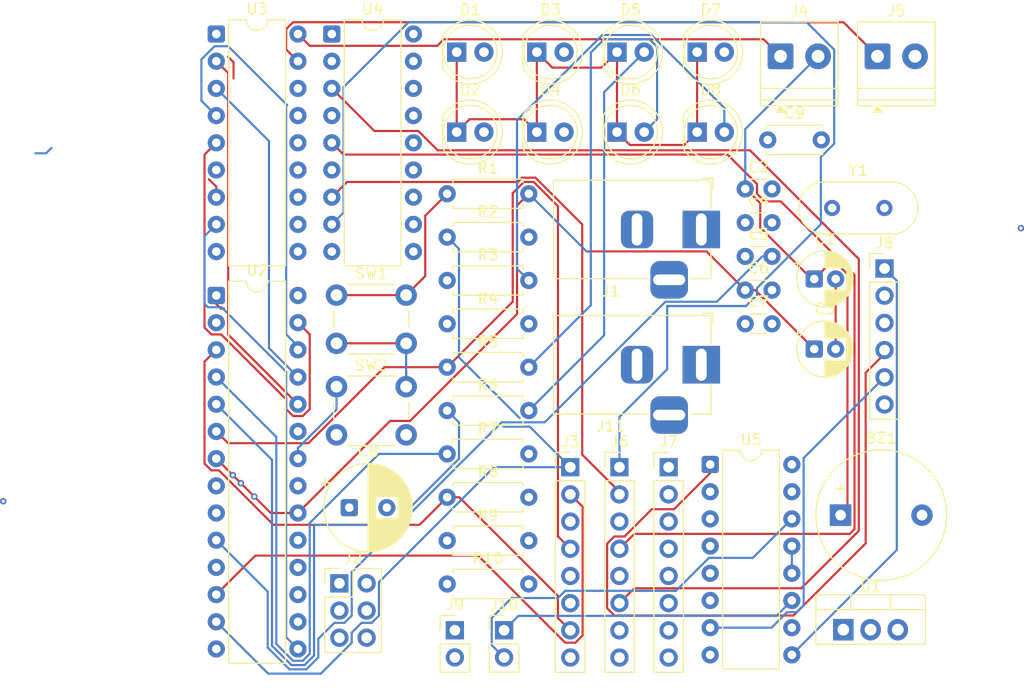
<source format=kicad_pcb>
(kicad_pcb (version 20241229) (generator "pcbnew") (generator_version "9.0")
  (layers (0 "F.Cu" signal) (2 "B.Cu" signal) (13 "F.Paste" user) (15 "B.Paste" user) (5 "F.SilkS" user "F.Silkscreen") (7 "B.SilkS" user "B.Silkscreen") (1 "F.Mask" user) (3 "B.Mask" user) (25 "Edge.Cuts" user))
  (net 0 "")
  (net 1 "Net-(BZ1--)")
  (net 2 "V_Motor")
  (net 3 "GND")
  (net 4 "+5V")
  (net 5 "Net-(U2-XTAL1{slash}PB6)")
  (net 6 "Net-(U2-XTAL2{slash}PB7)")
  (net 7 "Net-(U2-AREF)")
  (net 8 "12v")
  (net 9 "reset")
  (net 10 "Net-(D1-A)")
  (net 11 "Net-(D2-A)")
  (net 12 "Net-(D3-A)")
  (net 13 "Net-(D4-A)")
  (net 14 "Net-(D5-A)")
  (net 15 "Net-(D6-A)")
  (net 16 "Net-(D7-A)")
  (net 17 "Net-(D8-A)")
  (net 18 "Net-(J2-Pin_5)")
  (net 19 "Net-(J2-Pin_1)")
  (net 20 "Net-(J2-Pin_3)")
  (net 21 "Net-(J2-Pin_4)")
  (net 22 "PD1")
  (net 23 "PD6")
  (net 24 "PD2")
  (net 25 "PD3")
  (net 26 "PD4")
  (net 27 "PD7")
  (net 28 "PD5")
  (net 29 "PD0")
  (net 30 "Net-(J4-Pin_1)")
  (net 31 "Net-(J5-Pin_1)")
  (net 32 "Net-(J6-Pin_7)")
  (net 33 "Net-(J6-Pin_1)")
  (net 34 "Net-(J6-Pin_5)")
  (net 35 "Net-(J6-Pin_8)")
  (net 36 "Net-(J6-Pin_4)")
  (net 37 "Net-(J6-Pin_6)")
  (net 38 "Net-(J6-Pin_2)")
  (net 39 "Net-(J6-Pin_3)")
  (net 40 "Net-(J7-Pin_3)")
  (net 41 "Net-(J7-Pin_6)")
  (net 42 "Net-(J7-Pin_5)")
  (net 43 "Net-(J7-Pin_7)")
  (net 44 "Net-(J7-Pin_4)")
  (net 45 "Net-(J7-Pin_2)")
  (net 46 "Net-(J7-Pin_1)")
  (net 47 "Net-(J7-Pin_8)")
  (net 48 "Net-(J8-Pin_1)")
  (net 49 "Net-(J8-Pin_4)")
  (net 50 "Net-(J8-Pin_5)")
  (net 51 "Net-(J8-Pin_3)")
  (net 52 "Net-(J8-Pin_2)")
  (net 53 "Net-(J8-Pin_6)")
  (net 54 "Net-(J9-Pin_1)")
  (net 55 "Net-(J9-Pin_2)")
  (net 56 "Net-(J10-Pin_1)")
  (net 57 "Net-(J10-Pin_2)")
  (net 58 "5v")
  (net 59 "PC3")
  (net 60 "PC0")
  (net 61 "PC4")
  (net 63 "PB0")
  (net 64 "PC2")
  (net 65 "PC1")
  (net 66 "PB1")
  (net 67 "PC5")
  (footprint "LED_THT:LED_D5.0mm" (layer "F.Cu") (at 124.81 69.02)
    (property "Reference" "D4")
    (property "Value" "LED")
  )
  (footprint "Crystal:Crystal_HC49-U_Vertical" (layer "F.Cu") (at 152.37 76.11)
    (property "Reference" "Y1")
    (property "Value" "16MHz")
  )
  (footprint "Capacitor_THT:C_Disc_D3.0mm_W1.6mm_P2.50mm" (layer "F.Cu") (at 144.26 77.48)
    (property "Reference" "C4")
    (property "Value" "22p")
  )
  (footprint "TerminalBlock_Phoenix:TerminalBlock_Phoenix_PT-1,5-2-3.5-H_1x02_P3.50mm_Horizontal" (layer "F.Cu") (at 147.56 61.94)
    (property "Reference" "J4")
    (property "Value" "Screw_Terminal_01x02")
  )
  (footprint "Resistor_THT:R_Axial_DIN0207_L6.3mm_D2.5mm_P7.62mm_Horizontal" (layer "F.Cu") (at 116.44 95.03)
    (property "Reference" "R6")
    (property "Value" "330")
  )
  (footprint "Resistor_THT:R_Axial_DIN0207_L6.3mm_D2.5mm_P7.62mm_Horizontal" (layer "F.Cu") (at 116.44 90.98)
    (property "Reference" "R5")
    (property "Value" "330")
  )
  (footprint "Resistor_THT:R_Axial_DIN0207_L6.3mm_D2.5mm_P7.62mm_Horizontal" (layer "F.Cu") (at 116.44 111.23)
    (property "Reference" "R10")
    (property "Value" "R")
  )
  (footprint "Resistor_THT:R_Axial_DIN0207_L6.3mm_D2.5mm_P7.62mm_Horizontal" (layer "F.Cu") (at 116.44 107.18)
    (property "Reference" "R9")
    (property "Value" "330")
  )
  (footprint "Connector_PinHeader_2.54mm:PinHeader_1x02_P2.54mm_Vertical" (layer "F.Cu") (at 121.75 115.55)
    (property "Reference" "J10")
    (property "Value" "Conn_01x02")
  )
  (footprint "LED_THT:LED_D5.0mm" (layer "F.Cu") (at 124.81 61.55)
    (property "Reference" "D3")
    (property "Value" "LED")
  )
  (footprint "Package_DIP:DIP-18_W7.62mm" (layer "F.Cu") (at 105.67 59.86)
    (property "Reference" "U4")
    (property "Value" "ULN2803A")
  )
  (footprint "Capacitor_THT:CP_Radial_D5.0mm_P2.00mm" (layer "F.Cu") (at 150.699775 89.29)
    (property "Reference" "C3")
    (property "Value" "10u")
  )
  (footprint "LED_THT:LED_D5.0mm" (layer "F.Cu") (at 117.33 69.02)
    (property "Reference" "D2")
    (property "Value" "LED")
  )
  (footprint "Package_DIP:DIP-18_W7.62mm" (layer "F.Cu") (at 94.89 59.86)
    (property "Reference" "U3")
    (property "Value" "ULN2803A")
  )
  (footprint "TerminalBlock_Phoenix:TerminalBlock_Phoenix_PT-1,5-2-3.5-H_1x02_P3.50mm_Horizontal" (layer "F.Cu") (at 156.61 61.94)
    (property "Reference" "J5")
    (property "Value" "Screw_Terminal_01x02")
  )
  (footprint "Connector_PinHeader_2.54mm:PinHeader_1x06_P2.54mm_Vertical" (layer "F.Cu") (at 157.26 81.76)
    (property "Reference" "J8")
    (property "Value" "Conn_01x06")
  )
  (footprint "Resistor_THT:R_Axial_DIN0207_L6.3mm_D2.5mm_P7.62mm_Horizontal" (layer "F.Cu") (at 116.44 74.78)
    (property "Reference" "R1")
    (property "Value" "10k")
  )
  (footprint "Capacitor_THT:C_Disc_D3.0mm_W1.6mm_P2.50mm" (layer "F.Cu") (at 144.26 74.33)
    (property "Reference" "C2")
    (property "Value" "0.1u")
  )
  (footprint "Capacitor_THT:CP_Radial_D8.0mm_P3.50mm" (layer "F.Cu") (at 107.304698 104.1)
    (property "Reference" "C8")
    (property "Value" "100uf")
  )
  (footprint "Package_TO_SOT_THT:TO-220-3_Vertical" (layer "F.Cu") (at 153.42 115.5)
    (property "Reference" "U1")
    (property "Value" "L7805")
  )
  (footprint "Button_Switch_THT:SW_PUSH_6mm" (layer "F.Cu") (at 106.11 84.25)
    (property "Reference" "SW1")
    (property "Value" "SW_Push")
  )
  (footprint "Button_Switch_THT:SW_PUSH_6mm" (layer "F.Cu") (at 106.11 92.8)
    (property "Reference" "SW2")
    (property "Value" "SW_Push")
  )
  (footprint "Resistor_THT:R_Axial_DIN0207_L6.3mm_D2.5mm_P7.62mm_Horizontal" (layer "F.Cu") (at 116.44 99.08)
    (property "Reference" "R7")
    (property "Value" "330")
  )
  (footprint "LED_THT:LED_D5.0mm" (layer "F.Cu") (at 139.77 69.02)
    (property "Reference" "D8")
    (property "Value" "LED")
  )
  (footprint "LED_THT:LED_D5.0mm" (layer "F.Cu") (at 132.29 61.55)
    (property "Reference" "D5")
    (property "Value" "LED")
  )
  (footprint "LED_THT:LED_D5.0mm" (layer "F.Cu") (at 132.29 69.02)
    (property "Reference" "D6")
    (property "Value" "LED")
  )
  (footprint "Resistor_THT:R_Axial_DIN0207_L6.3mm_D2.5mm_P7.62mm_Horizontal" (layer "F.Cu") (at 116.44 82.88)
    (property "Reference" "R3")
    (property "Value" "330")
  )
  (footprint "Capacitor_THT:C_Disc_D3.0mm_W1.6mm_P2.50mm" (layer "F.Cu") (at 144.26 86.93)
    (property "Reference" "C7")
    (property "Value" "0.1u")
  )
  (footprint "Capacitor_THT:C_Disc_D5.0mm_W2.5mm_P5.00mm" (layer "F.Cu") (at 146.36 69.75)
    (property "Reference" "C9")
    (property "Value" "1uf")
  )
  (footprint "LED_THT:LED_D5.0mm" (layer "F.Cu") (at 139.77 61.55)
    (property "Reference" "D7")
    (property "Value" "LED")
  )
  (footprint "Connector_PinHeader_2.54mm:PinHeader_2x03_P2.54mm_Vertical" (layer "F.Cu") (at 106.38 111.17)
    (property "Reference" "J2")
    (property "Value" "Conn_02x03_Odd_Even")
  )
  (footprint "Capacitor_THT:C_Disc_D3.0mm_W1.6mm_P2.50mm" (layer "F.Cu") (at 144.26 83.78)
    (property "Reference" "C6")
    (property "Value" "0.1u")
  )
  (footprint "Buzzer_Beeper:Buzzer_12x9.5RM7.6" (layer "F.Cu") (at 153.16 104.8)
    (property "Reference" "BZ1")
    (property "Value" "Buzzer")
  )
  (footprint "Package_DIP:DIP-16_W7.62mm" (layer "F.Cu") (at 140.99 100.07)
    (property "Reference" "U5")
    (property "Value" "L293")
  )
  (footprint "Package_DIP:DIP-28_W7.62mm" (layer "F.Cu") (at 94.89 84.28)
    (property "Reference" "U2")
    (property "Value" "ATmega328P-P")
  )
  (footprint "Connector_BarrelJack:BarrelJack_Horizontal" (layer "F.Cu") (at 140.16 90.75)
    (property "Reference" "J11")
    (property "Value" "Barrel_Jack")
  )
  (footprint "Resistor_THT:R_Axial_DIN0207_L6.3mm_D2.5mm_P7.62mm_Horizontal" (layer "F.Cu") (at 116.44 103.13)
    (property "Reference" "R8")
    (property "Value" "330")
  )
  (footprint "Connector_BarrelJack:BarrelJack_Horizontal" (layer "F.Cu") (at 140.16 78.115)
    (property "Reference" "J1")
    (property "Value" "Barrel_Jack")
  )
  (footprint "Connector_PinHeader_2.54mm:PinHeader_1x08_P2.54mm_Vertical" (layer "F.Cu") (at 132.52 100.32)
    (property "Reference" "J6")
    (property "Value" "Conn_01x08")
  )
  (footprint "Capacitor_THT:CP_Radial_D5.0mm_P2.00mm" (layer "F.Cu") (at 150.699775 82.74)
    (property "Reference" "C1")
    (property "Value" "10u")
  )
  (footprint "Resistor_THT:R_Axial_DIN0207_L6.3mm_D2.5mm_P7.62mm_Horizontal" (layer "F.Cu") (at 116.44 78.83)
    (property "Reference" "R2")
    (property "Value" "330")
  )
  (footprint "Connector_PinHeader_2.54mm:PinHeader_1x08_P2.54mm_Vertical" (layer "F.Cu") (at 127.93 100.32)
    (property "Reference" "J3")
    (property "Value" "Conn_01x08_Pin")
  )
  (footprint "Resistor_THT:R_Axial_DIN0207_L6.3mm_D2.5mm_P7.62mm_Horizontal" (layer "F.Cu") (at 116.44 86.93)
    (property "Reference" "R4")
    (property "Value" "330")
  )
  (footprint "LED_THT:LED_D5.0mm" (layer "F.Cu") (at 117.33 61.55)
    (property "Reference" "D1")
    (property "Value" "LED")
  )
  (footprint "Connector_PinHeader_2.54mm:PinHeader_1x08_P2.54mm_Vertical" (layer "F.Cu") (at 137.11 100.32)
    (property "Reference" "J7")
    (property "Value" "Conn_01x08")
  )
  (footprint "Connector_PinHeader_2.54mm:PinHeader_1x02_P2.54mm_Vertical" (layer "F.Cu") (at 117.16 115.55)
    (property "Reference" "J9")
    (property "Value" "Conn_01x02")
  )
  (footprint "Capacitor_THT:C_Disc_D3.0mm_W1.6mm_P2.50mm" (layer "F.Cu") (at 144.26 80.63)
    (property "Reference" "C5")
    (property "Value" "22p")
  )
  (segment (start 96.5 62.5) (end 95.991 61.991) (width 0.2) (layer "F.Cu") (net 0))
  (segment (start 96.5 64) (end 96.5 62.5) (width 0.2) (layer "F.Cu") (net 0))
  (via (at 170 78) (size 0.6) (drill 0.3) (layers "F.Cu" "B.Cu") (net 0))
  (via (at 75 103.5) (size 0.6) (drill 0.3) (layers "F.Cu" "B.Cu") (net 0))
  (segment (start 79 71) (end 79.5 70.5) (width 0.2) (layer "B.Cu") (net 0))
  (segment (start 78 71) (end 79 71) (width 0.2) (layer "B.Cu") (net 0))
  (segment (start 144.43 74.5) (end 144.5 74.5) (width 0.2) (layer "F.Cu") (net 2))
  (segment (start 144.26 74.33) (end 144.43 74.5) (width 0.2) (layer "F.Cu") (net 2))
  (segment (start 153.800775 104.159225) (end 153.16 104.8) (width 0.2) (layer "F.Cu") (net 2))
  (segment (start 150.699775 82.74) (end 150.76 82.74) (width 0.2) (layer "F.Cu") (net 2))
  (segment (start 144.5 74.5) (end 145.659 75.659) (width 0.2) (layer "F.Cu") (net 2))
  (segment (start 150.76 82.74) (end 151 82.5) (width 0.2) (layer "F.Cu") (net 2))
  (segment (start 151.800775 81.639) (end 153.155825 81.639) (width 0.2) (layer "F.Cu") (net 2))
  (segment (start 150.46295 82.74) (end 150.699775 82.74) (width 0.2) (layer "F.Cu") (net 2))
  (segment (start 151.06 61.94) (end 151 62) (width 0.2) (layer "F.Cu") (net 2))
  (segment (start 145.659 75.659) (end 145.659 77.93605) (width 0.2) (layer "F.Cu") (net 2))
  (segment (start 153.800775 82.28395) (end 153.800775 104.159225) (width 0.2) (layer "F.Cu") (net 2))
  (segment (start 153.155825 81.639) (end 153.800775 82.28395) (width 0.2) (layer "F.Cu") (net 2))
  (segment (start 150.699775 82.74) (end 151.800775 81.639) (width 0.2) (layer "F.Cu") (net 2))
  (segment (start 145.659 77.93605) (end 150.46295 82.74) (width 0.2) (layer "F.Cu") (net 2))
  (segment (start 151.06 61.94) (end 144.26 68.74) (width 0.2) (layer "B.Cu") (net 2))
  (segment (start 144.26 68.74) (end 144.26 74.33) (width 0.2) (layer "B.Cu") (net 2))
  (segment (start 112.61 91.385787) (end 112.605213 91.381) (width 0.2) (layer "F.Cu") (net 3))
  (segment (start 133.491 70.221) (end 138.569 70.221) (width 0.2) (layer "F.Cu") (net 3))
  (segment (start 124.55 61.55) (end 124.81 61.81) (width 0.2) (layer "F.Cu") (net 3))
  (segment (start 139.77 61.55) (end 139.77 69.02) (width 0.2) (layer "F.Cu") (net 3))
  (segment (start 117.33 69.02) (end 117.33 61.55) (width 0.2) (layer "F.Cu") (net 3))
  (segment (start 124.81 61.55) (end 124.55 61.55) (width 0.2) (layer "F.Cu") (net 3))
  (segment (start 118.531 67.819) (end 123.609 67.819) (width 0.2) (layer "F.Cu") (net 3))
  (segment (start 132.29 61.55) (end 132.29 69.02) (width 0.2) (layer "F.Cu") (net 3))
  (segment (start 126.26 63) (end 130.84 63) (width 0.2) (layer "F.Cu") (net 3))
  (segment (start 117.33 61.55) (end 117.45 61.55) (width 0.2) (layer "F.Cu") (net 3))
  (segment (start 130.84 63) (end 132.29 61.55) (width 0.2) (layer "F.Cu") (net 3))
  (segment (start 106.11 88.75) (end 112.61 88.75) (width 0.2) (layer "F.Cu") (net 3))
  (segment (start 132.29 69.02) (end 133.491 70.221) (width 0.2) (layer "F.Cu") (net 3))
  (segment (start 132.48 69.02) (end 132.5 69) (width 0.2) (layer "F.Cu") (net 3))
  (segment (start 152.699775 89.29) (end 152.699775 82.74) (width 0.2) (layer "F.Cu") (net 3))
  (segment (start 112.605213 91.381) (end 112.61 91.381) (width 0.2) (layer "F.Cu") (net 3))
  (segment (start 123.609 67.819) (end 124.81 69.02) (width 0.2) (layer "F.Cu") (net 3))
  (segment (start 124.81 61.55) (end 126.26 63) (width 0.2) (layer "F.Cu") (net 3))
  (segment (start 132.29 69.02) (end 132.48 69.02) (width 0.2) (layer "F.Cu") (net 3))
  (segment (start 138.569 70.221) (end 139.77 69.02) (width 0.2) (layer "F.Cu") (net 3))
  (segment (start 124.81 61.81) (end 124.81 69.02) (width 0.2) (layer "F.Cu") (net 3))
  (segment (start 117.33 69.02) (end 118.531 67.819) (width 0.2) (layer "F.Cu") (net 3))
  (segment (start 112.61 92.8) (end 112.61 91.385787) (width 0.2) (layer "F.Cu") (net 3))
  (segment (start 106.11 94.93705) (end 102.51 98.53705) (width 0.2) (layer "B.Cu") (net 3))
  (segment (start 148.61 107.69) (end 148.61 110.23) (width 0.2) (layer "B.Cu") (net 3))
  (segment (start 112.61 92.8) (end 112.61 88.75) (width 0.2) (layer "B.Cu") (net 3))
  (segment (start 148.61 107.89) (end 148.5 108) (width 0.2) (layer "B.Cu") (net 3))
  (segment (start 148.61 107.89) (end 148.61 107.69) (width 0.2) (layer "B.Cu") (net 3))
  (segment (start 102.51 99.99) (end 102.5 100) (width 0.2) (layer "B.Cu") (net 3))
  (segment (start 102.51 98.53705) (end 102.51 99.52) (width 0.2) (layer "B.Cu") (net 3))
  (segment (start 106.11 92.8) (end 106.11 94.93705) (width 0.2) (layer "B.Cu") (net 3))
  (segment (start 122.959 75.881) (end 122.959 86.01805) (width 0.2) (layer "F.Cu") (net 4))
  (segment (start 99.97 104.6) (end 98.435 103.065) (width 0.2) (layer "F.Cu") (net 4))
  (segment (start 96.435 101.065) (end 94.89 99.52) (width 0.2) (layer "F.Cu") (net 4))
  (segment (start 102.51 104.6) (end 99.97 104.6) (width 0.2) (layer "F.Cu") (net 4))
  (segment (start 145.189775 83.78) (end 144.26 83.78) (width 0.2) (layer "F.Cu") (net 4))
  (segment (start 150.699775 89.29) (end 145.189775 83.78) (width 0.2) (layer "F.Cu") (net 4))
  (segment (start 97.185 101.815) (end 96.435 101.065) (width 0.2) (layer "F.Cu") (net 4))
  (segment (start 144.26 83.78) (end 140.646 80.166) (width 0.2) (layer "F.Cu") (net 4))
  (segment (start 124.06 74.78) (end 122.959 75.881) (width 0.2) (layer "F.Cu") (net 4))
  (segment (start 112.97805 95.999) (end 111.111 95.999) (width 0.2) (layer "F.Cu") (net 4))
  (segment (start 111.111 95.999) (end 102.51 104.6) (width 0.2) (layer "F.Cu") (net 4))
  (segment (start 122.959 86.01805) (end 112.97805 95.999) (width 0.2) (layer "F.Cu") (net 4))
  (segment (start 98.435 103.065) (end 97.185 101.815) (width 0.2) (layer "F.Cu") (net 4))
  (segment (start 140.646 80.166) (end 129.446 80.166) (width 0.2) (layer "F.Cu") (net 4))
  (via (at 98.435 103.065) (size 0.6) (drill 0.3) (layers "F.Cu" "B.Cu") (net 4))
  (via (at 97.185 101.815) (size 0.6) (drill 0.3) (layers "F.Cu" "B.Cu") (net 4))
  (via (at 96.435 101.065) (size 0.6) (drill 0.3) (layers "F.Cu" "B.Cu") (net 4))
  (segment (start 129.446 80.166) (end 124.06 74.78) (width 0.2) (layer "B.Cu") (net 4))
  (segment (start 136.80766 84.866) (end 141.61695 84.866) (width 0.2) (layer "B.Cu") (net 6))
  (segment (start 107.531 114.18676) (end 107.531 110.11315) (width 0.2) (layer "B.Cu") (net 6))
  (segment (start 145.85295 80.63) (end 146.76 80.63) (width 0.2) (layer "B.Cu") (net 6))
  (segment (start 104.413 116.35124) (end 105.90324 114.861) (width 0.2) (layer "B.Cu") (net 6))
  (segment (start 106.85676 114.861) (end 107.531 114.18676) (width 0.2) (layer "B.Cu") (net 6))
  (segment (start 101.72175 119.203) (end 103.29825 119.203) (width 0.2) (layer "B.Cu") (net 6))
  (segment (start 94.89 107.14) (end 99.688 111.938) (width 0.2) (layer "B.Cu") (net 6))
  (segment (start 104.413 118.08825) (end 104.413 116.35124) (width 0.2) (layer "B.Cu") (net 6))
  (segment (start 121.51315 96.131) (end 125.54266 96.131) (width 0.2) (layer "B.Cu") (net 6))
  (segment (start 107.531 110.11315) (end 121.51315 96.131) (width 0.2) (layer "B.Cu") (net 6))
  (segment (start 103.29825 119.203) (end 104.413 118.08825) (width 0.2) (layer "B.Cu") (net 6))
  (segment (start 141.61695 84.866) (end 145.85295 80.63) (width 0.2) (layer "B.Cu") (net 6))
  (segment (start 99.688 111.938) (end 99.688 117.16925) (width 0.2) (layer "B.Cu") (net 6))
  (segment (start 125.54266 96.131) (end 136.80766 84.866) (width 0.2) (layer "B.Cu") (net 6))
  (segment (start 105.90324 114.861) (end 106.85676 114.861) (width 0.2) (layer "B.Cu") (net 6))
  (segment (start 99.688 117.16925) (end 101.72175 119.203) (width 0.2) (layer "B.Cu") (net 6))
  (segment (start 131.089 88.001) (end 124.06 95.03) (width 0.2) (layer "B.Cu") (net 14))
  (segment (start 134.83 61.55) (end 131.089 65.291) (width 0.2) (layer "B.Cu") (net 14))
  (segment (start 131.089 65.291) (end 131.089 88.001) (width 0.2) (layer "B.Cu") (net 14))
  (segment (start 135.327471 60.349) (end 131.089 60.349) (width 0.2) (layer "B.Cu") (net 15))
  (segment (start 129.847 61.591) (end 129.847 85.193) (width 0.2) (layer "B.Cu") (net 15))
  (segment (start 136.031 61.052529) (end 135.327471 60.349) (width 0.2) (layer "B.Cu") (net 15))
  (segment (start 129.847 85.193) (end 124.06 90.98) (width 0.2) (layer "B.Cu") (net 15))
  (segment (start 136.031 67.819) (end 136.031 61.052529) (width 0.2) (layer "B.Cu") (net 15))
  (segment (start 134.83 69.02) (end 136.031 67.819) (width 0.2) (layer "B.Cu") (net 15))
  (segment (start 131.089 60.349) (end 129.847 61.591) (width 0.2) (layer "B.Cu") (net 15))
  (segment (start 135.493571 59.948) (end 130.9229 59.948) (width 0.2) (layer "B.Cu") (net 17))
  (segment (start 142.31 69.02) (end 142.31 66.764429) (width 0.2) (layer "B.Cu") (net 17))
  (segment (start 122.959 67.9119) (end 122.959 81.779) (width 0.2) (layer "B.Cu") (net 17))
  (segment (start 142.31 66.764429) (end 135.493571 59.948) (width 0.2) (layer "B.Cu") (net 17))
  (segment (start 130.9229 59.948) (end 122.959 67.9119) (width 0.2) (layer "B.Cu") (net 17))
  (segment (start 122.959 81.779) (end 124.06 82.88) (width 0.2) (layer "B.Cu") (net 17))
  (segment (start 94.89 84.28) (end 94.89 85.08) (width 0.2) (layer "F.Cu") (net 18))
  (segment (start 106.11 84.25) (end 112.61 84.25) (width 0.2) (layer "F.Cu") (net 18))
  (segment (start 95.31 85.5) (end 95.599 85.5) (width 0.2) (layer "F.Cu") (net 18))
  (segment (start 114.391 76.829) (end 116.44 74.78) (width 0.2) (layer "F.Cu") (net 18))
  (segment (start 94.89 85.08) (end 95.31 85.5) (width 0.2) (layer "F.Cu") (net 18))
  (segment (start 112.61 84.25) (end 114.391 82.469) (width 0.2) (layer "F.Cu") (net 18))
  (segment (start 114.391 82.469) (end 114.391 76.829) (width 0.2) (layer "F.Cu") (net 18))
  (segment (start 94.92 84.25) (end 95.599 84.25) (width 0.2) (layer "F.Cu") (net 18))
  (segment (start 94.89 84.28) (end 94.92 84.25) (width 0.2) (layer "F.Cu") (net 18))
  (segment (start 95.141057 100.621) (end 100.221057 105.701) (width 0.2) (layer "F.Cu") (net 22))
  (segment (start 117.57137 103.13) (end 126.779 112.33763) (width 0.2) (layer "F.Cu") (net 22))
  (segment (start 94.43395 100.621) (end 95.141057 100.621) (width 0.2) (layer "F.Cu") (net 22))
  (segment (start 116.44 103.13) (end 117.57137 103.13) (width 0.2) (layer "F.Cu") (net 22))
  (segment (start 126.779 112.33763) (end 126.779 114.409) (width 0.2) (layer "F.Cu") (net 22))
  (segment (start 94.89 89.36) (end 93.789 90.461) (width 0.2) (layer "F.Cu") (net 22))
  (segment (start 100.221057 105.701) (end 113.869 105.701) (width 0.2) (layer "F.Cu") (net 22))
  (segment (start 93.789 99.97605) (end 94.43395 100.621) (width 0.2) (layer "F.Cu") (net 22))
  (segment (start 126.779 114.409) (end 127.93 115.56) (width 0.2) (layer "F.Cu") (net 22))
  (segment (start 93.789 90.461) (end 93.789 99.97605) (width 0.2) (layer "F.Cu") (net 22))
  (segment (start 113.869 105.701) (end 116.44 103.13) (width 0.2) (layer "F.Cu") (net 22))
  (segment (start 119.32124 108.579) (end 127.45324 116.711) (width 0.2) (layer "F.Cu") (net 23))
  (segment (start 98.531 108.579) (end 119.32124 108.579) (width 0.2) (layer "F.Cu") (net 23))
  (segment (start 129.081 116.03676) (end 129.081 104.011) (width 0.2) (layer "F.Cu") (net 23))
  (segment (start 127.45324 116.711) (end 128.40676 116.711) (width 0.2) (layer "F.Cu") (net 23))
  (segment (start 94.89 112.22) (end 98.531 108.579) (width 0.2) (layer "F.Cu") (net 23))
  (segment (start 129.081 104.011) (end 127.93 102.86) (width 0.2) (layer "F.Cu") (net 23))
  (segment (start 128.40676 116.711) (end 129.081 116.03676) (width 0.2) (layer "F.Cu") (net 23))
  (segment (start 94.89 91.9) (end 100.49 97.5) (width 0.2) (layer "B.Cu") (net 24))
  (segment (start 100.49 116.83705) (end 102.05395 118.401) (width 0.2) (layer "B.Cu") (net 24))
  (segment (start 103.611 105.536892) (end 110.067892 99.08) (width 0.2) (layer "B.Cu") (net 24))
  (segment (start 103.611 117.75605) (end 103.611 105.536892) (width 0.2) (layer "B.Cu") (net 24))
  (segment (start 102.05395 118.401) (end 102.96605 118.401) (width 0.2) (layer "B.Cu") (net 24))
  (segment (start 110.067892 99.08) (end 116.44 99.08) (width 0.2) (layer "B.Cu") (net 24))
  (segment (start 100.49 97.5) (end 100.49 116.83705) (width 0.2) (layer "B.Cu") (net 24))
  (segment (start 102.96605 118.401) (end 103.611 117.75605) (width 0.2) (layer "B.Cu") (net 24))
  (segment (start 100.089 99.639) (end 100.089 117.00315) (width 0.2) (layer "B.Cu") (net 25))
  (segment (start 103.13215 118.802) (end 104.012 117.92215) (width 0.2) (layer "B.Cu") (net 25))
  (segment (start 94.89 94.44) (end 100.089 99.639) (width 0.2) (layer "B.Cu") (net 25))
  (segment (start 100.089 117.00315) (end 101.88785 118.802) (width 0.2) (layer "B.Cu") (net 25))
  (segment (start 117.541 99.53605) (end 117.541 96.131) (width 0.2) (layer "B.Cu") (net 25))
  (segment (start 104.012 105.702992) (end 111.374058 105.702992) (width 0.2) (layer "B.Cu") (net 25))
  (segment (start 117.541 96.131) (end 116.44 95.03) (width 0.2) (layer "B.Cu") (net 25))
  (segment (start 101.88785 118.802) (end 103.13215 118.802) (width 0.2) (layer "B.Cu") (net 25))
  (segment (start 111.374058 105.702992) (end 117.541 99.53605) (width 0.2) (layer "B.Cu") (net 25))
  (segment (start 104.012 117.92215) (end 104.012 105.702992) (width 0.2) (layer "B.Cu") (net 25))
  (segment (start 126.779 75.94195) (end 126.779 106.789) (width 0.2) (layer "F.Cu") (net 26))
  (segment (start 116.44 90.98) (end 122.558 84.862) (width 0.2) (layer "F.Cu") (net 26))
  (segment (start 122.558 84.862) (end 122.558 74.72495) (width 0.2) (layer "F.Cu") (net 26))
  (segment (start 126.779 106.789) (end 127.93 107.94) (width 0.2) (layer "F.Cu") (net 26))
  (segment (start 110.590108 90.98) (end 116.44 90.98) (width 0.2) (layer "F.Cu") (net 26))
  (segment (start 94.89 96.98) (end 95.991 98.081) (width 0.2) (layer "F.Cu") (net 26))
  (segment (start 122.558 74.72495) (end 123.60395 73.679) (width 0.2) (layer "F.Cu") (net 26))
  (segment (start 95.991 98.081) (end 103.489108 98.081) (width 0.2) (layer "F.Cu") (net 26))
  (segment (start 123.60395 73.679) (end 124.51605 73.679) (width 0.2) (layer "F.Cu") (net 26))
  (segment (start 103.489108 98.081) (end 110.590108 90.98) (width 0.2) (layer "F.Cu") (net 26))
  (segment (start 124.51605 73.679) (end 126.779 75.94195) (width 0.2) (layer "F.Cu") (net 26))
  (segment (start 120.80705 100.32) (end 110.071 111.05605) (width 0.2) (layer "B.Cu") (net 27))
  (segment (start 116.44 78.83) (end 117.541 79.931) (width 0.2) (layer "B.Cu") (net 27))
  (segment (start 110.071 114.18676) (end 109.39676 114.861) (width 0.2) (layer "B.Cu") (net 27))
  (segment (start 110.071 111.05605) (end 110.071 114.18676) (width 0.2) (layer "B.Cu") (net 27))
  (segment (start 107.531 116.72676) (end 104.65376 119.604) (width 0.2) (layer "B.Cu") (net 27))
  (segment (start 127.93 100.32) (end 120.80705 100.32) (width 0.2) (layer "B.Cu") (net 27))
  (segment (start 108.44324 114.861) (end 107.531 115.77324) (width 0.2) (layer "B.Cu") (net 27))
  (segment (start 124.142 96.532) (end 121.67925 96.532) (width 0.2) (layer "B.Cu") (net 27))
  (segment (start 99.734 119.604) (end 94.89 114.76) (width 0.2) (layer "B.Cu") (net 27))
  (segment (start 109.39676 114.861) (end 108.44324 114.861) (width 0.2) (layer "B.Cu") (net 27))
  (segment (start 117.541 79.931) (end 117.541 90.06805) (width 0.2) (layer "B.Cu") (net 27))
  (segment (start 127.93 100.32) (end 124.142 96.532) (width 0.2) (layer "B.Cu") (net 27))
  (segment (start 107.531 115.77324) (end 107.531 116.72676) (width 0.2) (layer "B.Cu") (net 27))
  (segment (start 104.65376 119.604) (end 99.734 119.604) (width 0.2) (layer "B.Cu") (net 27))
  (segment (start 117.541 90.06805) (end 123.20295 95.73) (width 0.2) (layer "B.Cu") (net 27))
  (segment (start 145.969 60.349) (end 147.56 61.94) (width 0.2) (layer "F.Cu") (net 30))
  (segment (start 103.611 60.961) (end 115.517 60.961) (width 0.2) (layer "F.Cu") (net 30))
  (segment (start 115.517 60.961) (end 116.129 60.349) (width 0.2) (layer "F.Cu") (net 30))
  (segment (start 116.129 60.349) (end 145.969 60.349) (width 0.2) (layer "F.Cu") (net 30))
  (segment (start 102.51 59.86) (end 103.611 60.961) (width 0.2) (layer "F.Cu") (net 30))
  (segment (start 101.409 59.40395) (end 101.409 61.299) (width 0.2) (layer "F.Cu") (net 31))
  (segment (start 102.05395 58.759) (end 101.409 59.40395) (width 0.2) (layer "F.Cu") (net 31))
  (segment (start 101.409 61.299) (end 102.51 62.4) (width 0.2) (layer "F.Cu") (net 31))
  (segment (start 156.61 61.94) (end 153.429 58.759) (width 0.2) (layer "F.Cu") (net 31))
  (segment (start 153.429 58.759) (end 102.05395 58.759) (width 0.2) (layer "F.Cu") (net 31))
  (segment (start 151.319 77.62805) (end 151.319 71.34805) (width 0.2) (layer "B.Cu") (net 33))
  (segment (start 136.97376 91.17258) (end 136.97376 85.267) (width 0.2) (layer "B.Cu") (net 33))
  (segment (start 106.771 76.539) (end 105.67 77.64) (width 0.2) (layer "B.Cu") (net 33))
  (segment (start 145.361 83.58605) (end 151.319 77.62805) (width 0.2) (layer "B.Cu") (net 33))
  (segment (start 145.361 84.23605) (end 145.361 83.58605) (width 0.2) (layer "B.Cu") (net 33))
  (segment (start 150.001735 58.759) (end 112.83395 58.759) (width 0.2) (layer "B.Cu") (net 33))
  (segment (start 151.319 71.34805) (end 152.561 70.10605) (width 0.2) (layer "B.Cu") (net 33))
  (segment (start 132.52 95.62634) (end 136.97376 91.17258) (width 0.2) (layer "B.Cu") (net 33))
  (segment (start 152.561 70.10605) (end 152.561 61.318265) (width 0.2) (layer "B.Cu") (net 33))
  (segment (start 132.52 100.32) (end 132.52 95.62634) (width 0.2) (layer "B.Cu") (net 33))
  (segment (start 112.83395 58.759) (end 106.771 64.82195) (width 0.2) (layer "B.Cu") (net 33))
  (segment (start 144.33005 85.267) (end 145.361 84.23605) (width 0.2) (layer "B.Cu") (net 33))
  (segment (start 136.97376 85.267) (end 144.33005 85.267) (width 0.2) (layer "B.Cu") (net 33))
  (segment (start 106.771 64.82195) (end 106.771 76.539) (width 0.2) (layer "B.Cu") (net 33))
  (segment (start 152.561 61.318265) (end 150.001735 58.759) (width 0.2) (layer "B.Cu") (net 33))
  (segment (start 142.60805 71.121) (end 145.361 73.87395) (width 0.2) (layer "F.Cu") (net 36))
  (segment (start 106.771 71.121) (end 142.60805 71.121) (width 0.2) (layer "F.Cu") (net 36))
  (segment (start 133.909 106.551) (end 132.52 107.94) (width 0.2) (layer "F.Cu") (net 36))
  (segment (start 145.361 74.7939) (end 146.06 75.4929) (width 0.2) (layer "F.Cu") (net 36))
  (segment (start 147.576825 75.4929) (end 154.461 82.377075) (width 0.2) (layer "F.Cu") (net 36))
  (segment (start 154.461 82.377075) (end 154.461 106.101) (width 0.2) (layer "F.Cu") (net 36))
  (segment (start 154.461 106.101) (end 154.011 106.551) (width 0.2) (layer "F.Cu") (net 36))
  (segment (start 146.06 75.4929) (end 147.576825 75.4929) (width 0.2) (layer "F.Cu") (net 36))
  (segment (start 154.011 106.551) (end 133.909 106.551) (width 0.2) (layer "F.Cu") (net 36))
  (segment (start 105.67 70.02) (end 106.771 71.121) (width 0.2) (layer "F.Cu") (net 36))
  (segment (start 145.361 73.87395) (end 145.361 74.7939) (width 0.2) (layer "F.Cu") (net 36))
  (segment (start 115.54705 70.72) (end 144.70705 70.72) (width 0.2) (layer "F.Cu") (net 37))
  (segment (start 144.70705 70.72) (end 154.862 80.87495) (width 0.2) (layer "F.Cu") (net 37))
  (segment (start 149.4981 111.631) (end 133.909 111.631) (width 0.2) (layer "F.Cu") (net 37))
  (segment (start 113.74605 68.919) (end 115.54705 70.72) (width 0.2) (layer "F.Cu") (net 37))
  (segment (start 154.862 106.2671) (end 149.4981 111.631) (width 0.2) (layer "F.Cu") (net 37))
  (segment (start 109.649 68.919) (end 113.74605 68.919) (width 0.2) (layer "F.Cu") (net 37))
  (segment (start 133.909 111.631) (end 132.52 113.02) (width 0.2) (layer "F.Cu") (net 37))
  (segment (start 154.862 80.87495) (end 154.862 106.2671) (width 0.2) (layer "F.Cu") (net 37))
  (segment (start 105.67 64.94) (end 109.649 68.919) (width 0.2) (layer "F.Cu") (net 37))
  (segment (start 123.43785 73.278) (end 124.68215 73.278) (width 0.2) (layer "F.Cu") (net 38))
  (segment (start 123.03685 73.679) (end 123.43785 73.278) (width 0.2) (layer "F.Cu") (net 38))
  (segment (start 132.52 102.622) (end 132.52 102.86) (width 0.2) (layer "F.Cu") (net 38))
  (segment (start 105.67 75.1) (end 107.091 73.679) (width 0.2) (layer "F.Cu") (net 38))
  (segment (start 107.091 73.679) (end 123.03685 73.679) (width 0.2) (layer "F.Cu") (net 38))
  (segment (start 129.045 77.64085) (end 129.045 99.147) (width 0.2) (layer "F.Cu") (net 38))
  (segment (start 124.68215 73.278) (end 129.045 77.64085) (width 0.2) (layer "F.Cu") (net 38))
  (segment (start 129.045 99.147) (end 132.52 102.622) (width 0.2) (layer "F.Cu") (net 38))
  (segment (start 148.61 117.85) (end 158.411 108.049) (width 0.2) (layer "B.Cu") (net 48))
  (segment (start 158.411 82.911) (end 157.26 81.76) (width 0.2) (layer "B.Cu") (net 48))
  (segment (start 158.411 108.049) (end 158.411 82.911) (width 0.2) (layer "B.Cu") (net 48))
  (segment (start 137.611 104.249) (end 140.99 100.87) (width 0.2) (layer "F.Cu") (net 49))
  (segment (start 157.38 89.38) (end 157.5 89.5) (width 0.2) (layer "F.Cu") (net 49))
  (segment (start 155.5 91.5) (end 155.5 107.43705) (width 0.2) (layer "F.Cu") (net 49))
  (segment (start 135.53676 104.249) (end 137.611 104.249) (width 0.2) (layer "F.Cu") (net 49))
  (segment (start 132.04324 106.789) (end 132.99676 106.789) (width 0.2) (layer "F.Cu") (net 49))
  (segment (start 148.76605 114.171) (end 132.04324 114.171) (width 0.2) (layer "F.Cu") (net 49))
  (segment (start 132.04324 114.171) (end 131.369 113.49676) (width 0.2) (layer "F.Cu") (net 49))
  (segment (start 140.99 100.87) (end 140.99 100.07) (width 0.2) (layer "F.Cu") (net 49))
  (segment (start 131.369 113.49676) (end 131.369 107.46324) (width 0.2) (layer "F.Cu") (net 49))
  (segment (start 131.369 107.46324) (end 132.04324 106.789) (width 0.2) (layer "F.Cu") (net 49))
  (segment (start 157.26 89.38) (end 157.38 89.38) (width 0.2) (layer "F.Cu") (net 49))
  (segment (start 155.5 107.43705) (end 148.76605 114.171) (width 0.2) (layer "F.Cu") (net 49))
  (segment (start 132.99676 106.789) (end 135.53676 104.249) (width 0.2) (layer "F.Cu") (net 49))
  (segment (start 157.5 89.5) (end 155.5 91.5) (width 0.2) (layer "F.Cu") (net 49))
  (segment (start 146.71495 115.31) (end 140.99 115.31) (width 0.2) (layer "B.Cu") (net 50))
  (segment (start 149.711 113.22605) (end 149.06605 113.871) (width 0.2) (layer "B.Cu") (net 50))
  (segment (start 148.15395 113.871) (end 146.71495 115.31) (width 0.2) (layer "B.Cu") (net 50))
  (segment (start 149.711 99.469) (end 149.711 113.22605) (width 0.2) (layer "B.Cu") (net 50))
  (segment (start 157.26 91.92) (end 149.711 99.469) (width 0.2) (layer "B.Cu") (net 50))
  (segment (start 149.06605 113.871) (end 148.15395 113.871) (width 0.2) (layer "B.Cu") (net 50))
  (segment (start 148.61 112.77) (end 147.171 114.209) (width 0.2) (layer "B.Cu") (net 56))
  (segment (start 123.091 114.209) (end 121.75 115.55) (width 0.2) (layer "B.Cu") (net 56))
  (segment (start 147.171 114.209) (end 123.091 114.209) (width 0.2) (layer "B.Cu") (net 56))
  (segment (start 126.779 112.54324) (end 127.45324 111.869) (width 0.2) (layer "B.Cu") (net 57))
  (segment (start 127.45324 111.869) (end 137.79395 111.869) (width 0.2) (layer "B.Cu") (net 57))
  (segment (start 144.969 108.791) (end 148.61 105.15) (width 0.2) (layer "B.Cu") (net 57))
  (segment (start 120.599 116.939) (end 120.599 114.399) (width 0.2) (layer "B.Cu") (net 57))
  (segment (start 121.75 118.09) (end 120.599 116.939) (width 0.2) (layer "B.Cu") (net 57))
  (segment (start 122.45476 112.54324) (end 126.779 112.54324) (width 0.2) (layer "B.Cu") (net 57))
  (segment (start 137.79395 111.869) (end 140.87195 108.791) (width 0.2) (layer "B.Cu") (net 57))
  (segment (start 120.599 114.399) (end 122.45476 112.54324) (width 0.2) (layer "B.Cu") (net 57))
  (segment (start 140.87195 108.791) (end 144.969 108.791) (width 0.2) (layer "B.Cu") (net 57))
  (segment (start 102.51 89.01) (end 102.51 89.36) (width 0.2) (layer "B.Cu") (net 59))
  (segment (start 93.5 66.09) (end 93.5 62.23295) (width 0.2) (layer "B.Cu") (net 59))
  (segment (start 94.73295 61) (end 96 61) (width 0.2) (layer "B.Cu") (net 59))
  (segment (start 101.409 66.591) (end 101.409 87.909) (width 0.2) (layer "B.Cu") (net 59))
  (segment (start 94.89 67.48) (end 93.5 66.09) (width 0.2) (layer "B.Cu") (net 59))
  (segment (start 96 61) (end 101.5 66.5) (width 0.2) (layer "B.Cu") (net 59))
  (segment (start 101.5 66.5) (end 101.409 66.591) (width 0.2) (layer "B.Cu") (net 59))
  (segment (start 101.409 87.909) (end 102.51 89.01) (width 0.2) (layer "B.Cu") (net 59))
  (segment (start 93.5 62.23295) (end 94.73295 61) (width 0.2) (layer "B.Cu") (net 59))
  (segment (start 93.789 71.121) (end 93.789 87.27605) (width 0.2) (layer "F.Cu") (net 61))
  (segment (start 102.05395 95.541) (end 102.96605 95.541) (width 0.2) (layer "F.Cu") (net 61))
  (segment (start 103.611 87.921) (end 102.51 86.82) (width 0.2) (layer "F.Cu") (net 61))
  (segment (start 94.43395 87.921) (end 95.34605 87.921) (width 0.2) (layer "F.Cu") (net 61))
  (segment (start 93.789 87.27605) (end 94.43395 87.921) (width 0.2) (layer "F.Cu") (net 61))
  (segment (start 101.409 93.98395) (end 101.409 94.89605) (width 0.2) (layer "F.Cu") (net 61))
  (segment (start 101.409 94.89605) (end 102.05395 95.541) (width 0.2) (layer "F.Cu") (net 61))
  (segment (start 102.96605 95.541) (end 103.611 94.89605) (width 0.2) (layer "F.Cu") (net 61))
  (segment (start 95.34605 87.921) (end 101.409 93.98395) (width 0.2) (layer "F.Cu") (net 61))
  (segment (start 94.89 70.02) (end 93.789 71.121) (width 0.2) (layer "F.Cu") (net 61))
  (segment (start 103.611 94.89605) (end 103.611 87.921) (width 0.2) (layer "F.Cu") (net 61))
  (segment (start 94.89 75.1) (end 94.89 74.11705) (width 0.2) (layer "F.Cu") (net 63))
  (segment (start 94.89 74.11705) (end 94.19 73.41705) (width 0.2) (layer "F.Cu") (net 63))
  (segment (start 94.89 64.94) (end 99.805 69.855) (width 0.2) (layer "B.Cu") (net 64))
  (segment (start 99.805 69.855) (end 99.805 89.195) (width 0.2) (layer "B.Cu") (net 64))
  (segment (start 99.805 89.195) (end 102.51 91.9) (width 0.2) (layer "B.Cu") (net 64))
  (segment (start 96 63.51) (end 96 87.93) (width 0.2) (layer "F.Cu") (net 65))
  (segment (start 96 87.93) (end 102.51 94.44) (width 0.2) (layer "F.Cu") (net 65))
  (segment (start 94.89 62.4) (end 96 63.51) (width 0.2) (layer "F.Cu") (net 65))
  (segment (start 94.89 77.64) (end 93.789 78.741) (width 0.2) (layer "B.Cu") (net 66))
  (segment (start 101.409 116.199) (end 102.51 117.3) (width 0.2) (layer "B.Cu") (net 66))
  (segment (start 93.789 78.741) (end 93.789 85.06516) (width 0.2) (layer "B.Cu") (net 66))
  (segment (start 95.381 85.381) (end 101.409 91.409) (width 0.2) (layer "B.Cu") (net 66))
  (segment (start 93.789 85.06516) (end 94.10484 85.381) (width 0.2) (layer "B.Cu") (net 66))
  (segment (start 101.409 91.409) (end 101.409 116.199) (width 0.2) (layer "B.Cu") (net 66))
  (segment (start 94.10484 85.381) (end 95.381 85.381) (width 0.2) (layer "B.Cu") (net 66))
)
</source>
